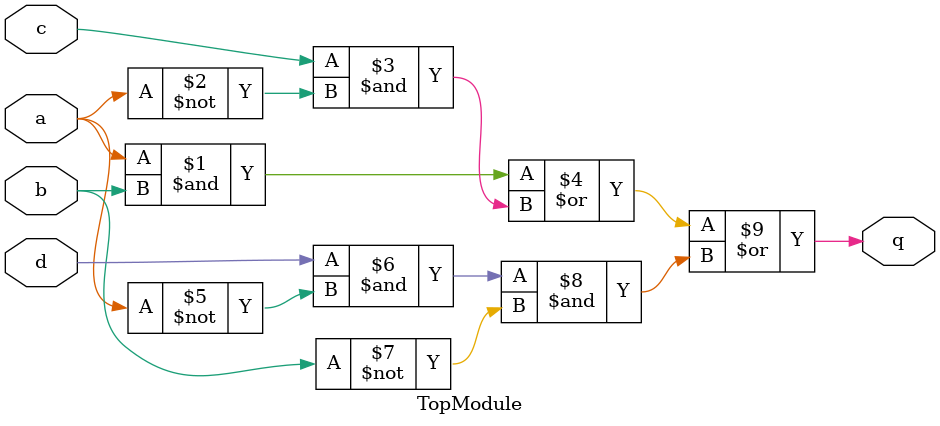
<source format=sv>
module TopModule (
    input logic a,
    input logic b,
    input logic c,
    input logic d,
    output logic q
);

assign q = (a & b) | (c & ~a) | (d & ~a & ~b);

endmodule
</source>
